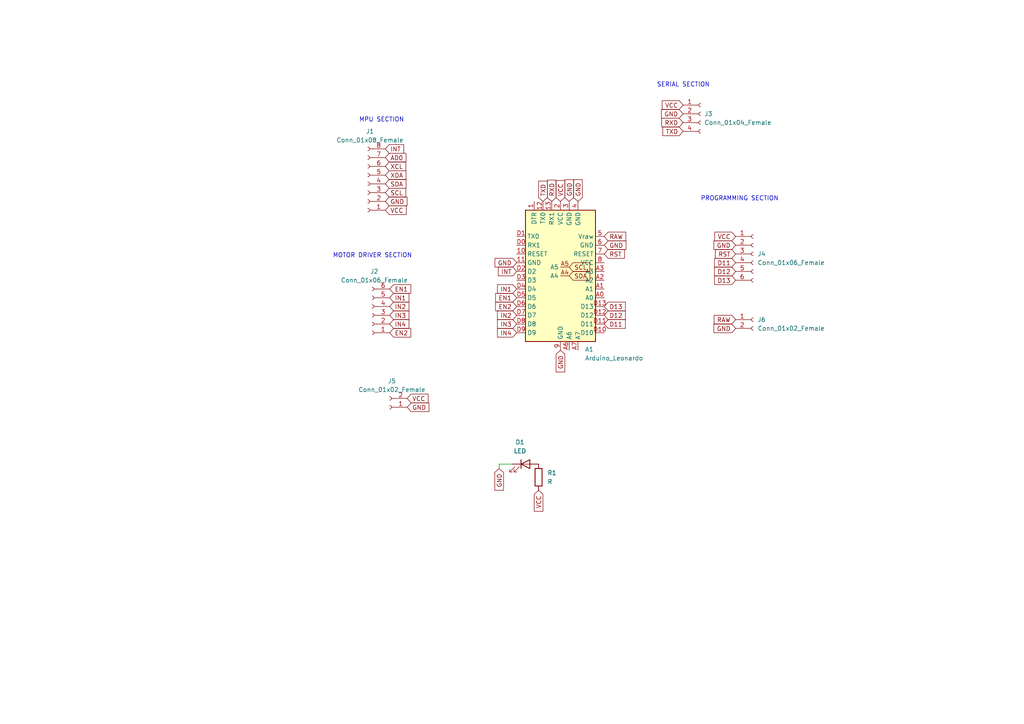
<source format=kicad_sch>
(kicad_sch (version 20211123) (generator eeschema)
  (paper "A4")
  (lib_symbols
    (symbol "Connector:Conn_01x02_Female" (pin_names (offset 1.016) hide)
      (property "Reference" "J" (at 0 2.54 0))
      (property "Value" "Conn_01x02_Female" (at 0 -5.08 0))
      (symbol "Conn_01x02_Female_1_1"
        (arc (start 0 -2.032) (mid -0.508 -2.54) (end 0 -3.048) (stroke (width 0.1524)))
        (polyline (pts (xy -1.27 -2.54) (xy -0.508 -2.54)) (stroke (width 0.1524)))
        (polyline (pts (xy -1.27 0) (xy -0.508 0)) (stroke (width 0.1524)))
        (arc (start 0 0.508) (mid -0.508 0) (end 0 -0.508) (stroke (width 0.1524)))
        (pin passive line (at -5.08 0 0) (length 3.81) (name "Pin_1") (number "1"))
        (pin passive line (at -5.08 -2.54 0) (length 3.81) (name "Pin_2") (number "2"))
      )
    )
    (symbol "Connector:Conn_01x04_Female" (pin_names (offset 1.016) hide)
      (property "Reference" "J" (at 0 5.08 0))
      (property "Value" "Conn_01x04_Female" (at 0 -7.62 0))
      (symbol "Conn_01x04_Female_1_1"
        (arc (start 0 -4.572) (mid -0.508 -5.08) (end 0 -5.588) (stroke (width 0.1524)))
        (arc (start 0 -2.032) (mid -0.508 -2.54) (end 0 -3.048) (stroke (width 0.1524)))
        (polyline (pts (xy -1.27 -5.08) (xy -0.508 -5.08)) (stroke (width 0.1524)))
        (polyline (pts (xy -1.27 -2.54) (xy -0.508 -2.54)) (stroke (width 0.1524)))
        (polyline (pts (xy -1.27 0) (xy -0.508 0)) (stroke (width 0.1524)))
        (polyline (pts (xy -1.27 2.54) (xy -0.508 2.54)) (stroke (width 0.1524)))
        (arc (start 0 0.508) (mid -0.508 0) (end 0 -0.508) (stroke (width 0.1524)))
        (arc (start 0 3.048) (mid -0.508 2.54) (end 0 2.032) (stroke (width 0.1524)))
        (pin passive line (at -5.08 2.54 0) (length 3.81) (name "Pin_1") (number "1"))
        (pin passive line (at -5.08 0 0) (length 3.81) (name "Pin_2") (number "2"))
        (pin passive line (at -5.08 -2.54 0) (length 3.81) (name "Pin_3") (number "3"))
        (pin passive line (at -5.08 -5.08 0) (length 3.81) (name "Pin_4") (number "4"))
      )
    )
    (symbol "Connector:Conn_01x06_Female" (pin_names (offset 1.016) hide)
      (property "Reference" "J" (at 0 7.62 0))
      (property "Value" "Conn_01x06_Female" (at 0 -10.16 0))
      (symbol "Conn_01x06_Female_1_1"
        (arc (start 0 -7.112) (mid -0.508 -7.62) (end 0 -8.128) (stroke (width 0.1524)))
        (arc (start 0 -4.572) (mid -0.508 -5.08) (end 0 -5.588) (stroke (width 0.1524)))
        (arc (start 0 -2.032) (mid -0.508 -2.54) (end 0 -3.048) (stroke (width 0.1524)))
        (polyline (pts (xy -1.27 -7.62) (xy -0.508 -7.62)) (stroke (width 0.1524)))
        (polyline (pts (xy -1.27 -5.08) (xy -0.508 -5.08)) (stroke (width 0.1524)))
        (polyline (pts (xy -1.27 -2.54) (xy -0.508 -2.54)) (stroke (width 0.1524)))
        (polyline (pts (xy -1.27 0) (xy -0.508 0)) (stroke (width 0.1524)))
        (polyline (pts (xy -1.27 2.54) (xy -0.508 2.54)) (stroke (width 0.1524)))
        (polyline (pts (xy -1.27 5.08) (xy -0.508 5.08)) (stroke (width 0.1524)))
        (arc (start 0 0.508) (mid -0.508 0) (end 0 -0.508) (stroke (width 0.1524)))
        (arc (start 0 3.048) (mid -0.508 2.54) (end 0 2.032) (stroke (width 0.1524)))
        (arc (start 0 5.588) (mid -0.508 5.08) (end 0 4.572) (stroke (width 0.1524)))
        (pin passive line (at -5.08 5.08 0) (length 3.81) (name "Pin_1") (number "1"))
        (pin passive line (at -5.08 2.54 0) (length 3.81) (name "Pin_2") (number "2"))
        (pin passive line (at -5.08 0 0) (length 3.81) (name "Pin_3") (number "3"))
        (pin passive line (at -5.08 -2.54 0) (length 3.81) (name "Pin_4") (number "4"))
        (pin passive line (at -5.08 -5.08 0) (length 3.81) (name "Pin_5") (number "5"))
        (pin passive line (at -5.08 -7.62 0) (length 3.81) (name "Pin_6") (number "6"))
      )
    )
    (symbol "Connector:Conn_01x08_Female" (pin_names (offset 1.016) hide)
      (property "Reference" "J" (at 0 10.16 0))
      (property "Value" "Conn_01x08_Female" (at 0 -12.7 0))
      (symbol "Conn_01x08_Female_1_1"
        (arc (start 0 -9.652) (mid -0.508 -10.16) (end 0 -10.668) (stroke (width 0.1524)))
        (arc (start 0 -7.112) (mid -0.508 -7.62) (end 0 -8.128) (stroke (width 0.1524)))
        (arc (start 0 -4.572) (mid -0.508 -5.08) (end 0 -5.588) (stroke (width 0.1524)))
        (arc (start 0 -2.032) (mid -0.508 -2.54) (end 0 -3.048) (stroke (width 0.1524)))
        (polyline (pts (xy -1.27 -10.16) (xy -0.508 -10.16)) (stroke (width 0.1524)))
        (polyline (pts (xy -1.27 -7.62) (xy -0.508 -7.62)) (stroke (width 0.1524)))
        (polyline (pts (xy -1.27 -5.08) (xy -0.508 -5.08)) (stroke (width 0.1524)))
        (polyline (pts (xy -1.27 -2.54) (xy -0.508 -2.54)) (stroke (width 0.1524)))
        (polyline (pts (xy -1.27 0) (xy -0.508 0)) (stroke (width 0.1524)))
        (polyline (pts (xy -1.27 2.54) (xy -0.508 2.54)) (stroke (width 0.1524)))
        (polyline (pts (xy -1.27 5.08) (xy -0.508 5.08)) (stroke (width 0.1524)))
        (polyline (pts (xy -1.27 7.62) (xy -0.508 7.62)) (stroke (width 0.1524)))
        (arc (start 0 0.508) (mid -0.508 0) (end 0 -0.508) (stroke (width 0.1524)))
        (arc (start 0 3.048) (mid -0.508 2.54) (end 0 2.032) (stroke (width 0.1524)))
        (arc (start 0 5.588) (mid -0.508 5.08) (end 0 4.572) (stroke (width 0.1524)))
        (arc (start 0 8.128) (mid -0.508 7.62) (end 0 7.112) (stroke (width 0.1524)))
        (pin passive line (at -5.08 7.62 0) (length 3.81) (name "Pin_1") (number "1"))
        (pin passive line (at -5.08 5.08 0) (length 3.81) (name "Pin_2") (number "2"))
        (pin passive line (at -5.08 2.54 0) (length 3.81) (name "Pin_3") (number "3"))
        (pin passive line (at -5.08 0 0) (length 3.81) (name "Pin_4") (number "4"))
        (pin passive line (at -5.08 -2.54 0) (length 3.81) (name "Pin_5") (number "5"))
        (pin passive line (at -5.08 -5.08 0) (length 3.81) (name "Pin_6") (number "6"))
        (pin passive line (at -5.08 -7.62 0) (length 3.81) (name "Pin_7") (number "7"))
        (pin passive line (at -5.08 -10.16 0) (length 3.81) (name "Pin_8") (number "8"))
      )
    )
    (symbol "Device:LED" (pin_numbers hide) (pin_names (offset 1.016) hide)
      (property "Reference" "D" (at 0 2.54 0))
      (property "Value" "LED" (at 0 -2.54 0))
      (symbol "LED_0_1"
        (polyline (pts (xy -1.27 -1.27) (xy -1.27 1.27)) (stroke (width 0.254)))
        (polyline (pts (xy -1.27 0) (xy 1.27 0)))
        (polyline (pts (xy 1.27 -1.27) (xy 1.27 1.27) (xy -1.27 0) (xy 1.27 -1.27)) (stroke (width 0.254)))
        (polyline (pts (xy -3.048 -0.762) (xy -4.572 -2.286) (xy -3.81 -2.286) (xy -4.572 -2.286) (xy -4.572 -1.524)))
        (polyline (pts (xy -1.778 -0.762) (xy -3.302 -2.286) (xy -2.54 -2.286) (xy -3.302 -2.286) (xy -3.302 -1.524)))
      )
      (symbol "LED_1_1"
        (pin passive line (at -3.81 0 0) (length 2.54) (name "K") (number "1"))
        (pin passive line (at 3.81 0 180) (length 2.54) (name "A") (number "2"))
      )
    )
    (symbol "Device:R" (pin_numbers hide) (pin_names (offset 0))
      (property "Reference" "R" (at 2.032 0 90))
      (property "Value" "R" (at 0 0 90))
      (symbol "R_0_1"
        (rectangle (start -1.016 -2.54) (end 1.016 2.54) (stroke (width 0.254)))
      )
      (symbol "R_1_1"
        (pin passive line (at 0 3.81 270) (length 1.27) (name "~") (number "1"))
        (pin passive line (at 0 -3.81 90) (length 1.27) (name "~") (number "2"))
      )
    )
    (symbol "promini:Arduino_Leonardo"
      (property "Reference" "A1" (at 7.0994 -17.526 0))
      (property "Value" "Arduino_Leonardo" (at 7.0994 -20.066 0))
      (symbol "Arduino_Leonardo_0_1"
        (rectangle (start -10.16 22.86) (end 10.16 -15.24) (stroke (width 0.254)) (fill (type background)))
      )
      (symbol "Arduino_Leonardo_1_1"
        (pin power_out line (at -7.62 25.4 270) (length 2.54) (name "DTR") (number "1"))
        (pin bidirectional line (at -12.7 10.16 0) (length 2.54) (name "RESET") (number "10"))
        (pin bidirectional line (at -12.7 7.62 0) (length 2.54) (name "GND") (number "11"))
        (pin power_out line (at -5.08 25.4 270) (length 2.54) (name "TX0") (number "12"))
        (pin power_in line (at -2.54 25.4 270) (length 2.54) (name "RX1") (number "13"))
        (pin power_in line (at 0 25.4 270) (length 2.54) (name "VCC") (number "2"))
        (pin power_out line (at 2.54 25.4 270) (length 2.54) (name "GND") (number "3"))
        (pin power_out line (at 5.08 25.4 270) (length 2.54) (name "GND") (number "4"))
        (pin bidirectional line (at 12.7 15.24 180) (length 2.54) (name "Vraw") (number "5"))
        (pin bidirectional line (at 12.7 12.7 180) (length 2.54) (name "GND") (number "6"))
        (pin bidirectional line (at 12.7 10.16 180) (length 2.54) (name "RESET") (number "7"))
        (pin bidirectional line (at 12.7 7.62 180) (length 2.54) (name "VCC") (number "8"))
        (pin bidirectional line (at 0 -17.78 90) (length 2.54) (name "GND") (number "9"))
        (pin bidirectional line (at 12.7 -2.54 180) (length 2.54) (name "A0") (number "A0"))
        (pin bidirectional line (at 12.7 0 180) (length 2.54) (name "A1") (number "A1"))
        (pin bidirectional line (at 12.7 2.54 180) (length 2.54) (name "A2") (number "A2"))
        (pin bidirectional line (at 12.7 5.08 180) (length 2.54) (name "A3") (number "A3"))
        (pin bidirectional line (at 2.54 3.81 180) (length 2.54) (name "A4") (number "A4"))
        (pin bidirectional line (at 2.54 6.35 180) (length 2.54) (name "A5") (number "A5"))
        (pin bidirectional line (at 2.54 -17.78 90) (length 2.54) (name "A6") (number "A6"))
        (pin bidirectional line (at 5.08 -17.78 90) (length 2.54) (name "A7") (number "A7"))
        (pin bidirectional line (at -12.7 12.7 0) (length 2.54) (name "RX1") (number "D0"))
        (pin bidirectional line (at -12.7 15.24 0) (length 2.54) (name "TX0") (number "D1"))
        (pin bidirectional line (at 12.7 -12.7 180) (length 2.54) (name "D10") (number "D10"))
        (pin bidirectional line (at 12.7 -10.16 180) (length 2.54) (name "D11") (number "D11"))
        (pin bidirectional line (at 12.7 -7.62 180) (length 2.54) (name "D12") (number "D12"))
        (pin bidirectional line (at 12.7 -5.08 180) (length 2.54) (name "D13") (number "D13"))
        (pin bidirectional line (at -12.7 5.08 0) (length 2.54) (name "D2") (number "D2"))
        (pin bidirectional line (at -12.7 2.54 0) (length 2.54) (name "D3") (number "D3"))
        (pin bidirectional line (at -12.7 0 0) (length 2.54) (name "D4") (number "D4"))
        (pin bidirectional line (at -12.7 -2.54 0) (length 2.54) (name "D5") (number "D5"))
        (pin bidirectional line (at -12.7 -5.08 0) (length 2.54) (name "D6") (number "D6"))
        (pin bidirectional line (at -12.7 -7.62 0) (length 2.54) (name "D7") (number "D7"))
        (pin bidirectional line (at -12.7 -10.16 0) (length 2.54) (name "D8") (number "D8"))
        (pin bidirectional line (at -12.7 -12.7 0) (length 2.54) (name "D9") (number "D9"))
      )
    )
  )
  (wire (pts (xy 144.78 134.62) (xy 148.59 134.62)))
  (wire (pts (xy 144.78 135.89) (xy 144.78 134.62)))
  (text "PROGRAMMING SECTION" (at 203.2 58.42 0) (effects (font (size 1.27 1.27)) (justify left bottom)))
  (text "MOTOR DRIVER SECTION\n" (at 96.52 74.93 0) (effects (font (size 1.27 1.27)) (justify left bottom)))
  (text "MPU SECTION\n" (at 104.14 35.56 0) (effects (font (size 1.27 1.27)) (justify left bottom)))
  (text "SERIAL SECTION\n" (at 190.5 25.4 0) (effects (font (size 1.27 1.27)) (justify left bottom)))
  (global_label "SCL" (shape input) (at 111.76 55.88 0) (property "Intersheet References" "${INTERSHEET_REFS}" (effects hide)))
  (global_label "D11" (shape input) (at 213.36 76.2 180) (property "Intersheet References" "${INTERSHEET_REFS}" (effects hide)))
  (global_label "INT" (shape input) (at 111.76 43.18 0) (property "Intersheet References" "${INTERSHEET_REFS}" (effects hide)))
  (global_label "GND" (shape input) (at 198.12 33.02 180) (property "Intersheet References" "${INTERSHEET_REFS}" (effects hide)))
  (global_label "GND" (shape input) (at 149.86 76.2 180) (property "Intersheet References" "${INTERSHEET_REFS}" (effects hide)))
  (global_label "D13" (shape input) (at 175.26 88.9 0) (property "Intersheet References" "${INTERSHEET_REFS}" (effects hide)))
  (global_label "INT" (shape input) (at 149.86 78.74 180) (property "Intersheet References" "${INTERSHEET_REFS}" (effects hide)))
  (global_label "IN4" (shape input) (at 149.86 96.52 180) (property "Intersheet References" "${INTERSHEET_REFS}" (effects hide)))
  (global_label "VCC" (shape input) (at 156.21 142.24 270) (property "Intersheet References" "${INTERSHEET_REFS}" (effects hide)))
  (global_label "TXD" (shape input) (at 198.12 38.1 180) (property "Intersheet References" "${INTERSHEET_REFS}" (effects hide)))
  (global_label "VCC" (shape input) (at 118.11 115.57 0) (property "Intersheet References" "${INTERSHEET_REFS}" (effects hide)))
  (global_label "D13" (shape input) (at 213.36 81.28 180) (property "Intersheet References" "${INTERSHEET_REFS}" (effects hide)))
  (global_label "EN2" (shape input) (at 113.03 96.52 0) (property "Intersheet References" "${INTERSHEET_REFS}" (effects hide)))
  (global_label "GND" (shape input) (at 167.64 58.42 90) (property "Intersheet References" "${INTERSHEET_REFS}" (effects hide)))
  (global_label "AD0" (shape input) (at 111.76 45.72 0) (property "Intersheet References" "${INTERSHEET_REFS}" (effects hide)))
  (global_label "IN3" (shape input) (at 113.03 91.44 0) (property "Intersheet References" "${INTERSHEET_REFS}" (effects hide)))
  (global_label "GND" (shape input) (at 144.78 135.89 270) (property "Intersheet References" "${INTERSHEET_REFS}" (effects hide)))
  (global_label "GND" (shape input) (at 213.36 71.12 180) (property "Intersheet References" "${INTERSHEET_REFS}" (effects hide)))
  (global_label "RXD" (shape input) (at 160.02 58.42 90) (property "Intersheet References" "${INTERSHEET_REFS}" (effects hide)))
  (global_label "VCC" (shape input) (at 198.12 30.48 180) (property "Intersheet References" "${INTERSHEET_REFS}" (effects hide)))
  (global_label "VCC" (shape input) (at 162.56 58.42 90) (property "Intersheet References" "${INTERSHEET_REFS}" (effects hide)))
  (global_label "RXD" (shape input) (at 198.12 35.56 180) (property "Intersheet References" "${INTERSHEET_REFS}" (effects hide)))
  (global_label "EN1" (shape input) (at 149.86 86.36 180) (property "Intersheet References" "${INTERSHEET_REFS}" (effects hide)))
  (global_label "XDA" (shape input) (at 111.76 50.8 0) (property "Intersheet References" "${INTERSHEET_REFS}" (effects hide)))
  (global_label "SCL" (shape input) (at 165.1 77.47 0) (property "Intersheet References" "${INTERSHEET_REFS}" (effects hide)))
  (global_label "D12" (shape input) (at 175.26 91.44 0) (property "Intersheet References" "${INTERSHEET_REFS}" (effects hide)))
  (global_label "VCC" (shape input) (at 213.36 68.58 180) (property "Intersheet References" "${INTERSHEET_REFS}" (effects hide)))
  (global_label "GND" (shape input) (at 162.56 101.6 270) (property "Intersheet References" "${INTERSHEET_REFS}" (effects hide)))
  (global_label "GND" (shape input) (at 118.11 118.11 0) (property "Intersheet References" "${INTERSHEET_REFS}" (effects hide)))
  (global_label "GND" (shape input) (at 111.76 58.42 0) (property "Intersheet References" "${INTERSHEET_REFS}" (effects hide)))
  (global_label "IN1" (shape input) (at 149.86 83.82 180) (property "Intersheet References" "${INTERSHEET_REFS}" (effects hide)))
  (global_label "D12" (shape input) (at 213.36 78.74 180) (property "Intersheet References" "${INTERSHEET_REFS}" (effects hide)))
  (global_label "RST" (shape input) (at 213.36 73.66 180) (property "Intersheet References" "${INTERSHEET_REFS}" (effects hide)))
  (global_label "RST" (shape input) (at 175.26 73.66 0) (property "Intersheet References" "${INTERSHEET_REFS}" (effects hide)))
  (global_label "SDA" (shape input) (at 165.1 80.01 0) (property "Intersheet References" "${INTERSHEET_REFS}" (effects hide)))
  (global_label "GND" (shape input) (at 175.26 71.12 0) (property "Intersheet References" "${INTERSHEET_REFS}" (effects hide)))
  (global_label "XCL" (shape input) (at 111.76 48.26 0) (property "Intersheet References" "${INTERSHEET_REFS}" (effects hide)))
  (global_label "IN3" (shape input) (at 149.86 93.98 180) (property "Intersheet References" "${INTERSHEET_REFS}" (effects hide)))
  (global_label "GND" (shape input) (at 213.36 95.25 180) (property "Intersheet References" "${INTERSHEET_REFS}" (effects hide)))
  (global_label "D11" (shape input) (at 175.26 93.98 0) (property "Intersheet References" "${INTERSHEET_REFS}" (effects hide)))
  (global_label "EN1" (shape input) (at 113.03 83.82 0) (property "Intersheet References" "${INTERSHEET_REFS}" (effects hide)))
  (global_label "IN1" (shape input) (at 113.03 86.36 0) (property "Intersheet References" "${INTERSHEET_REFS}" (effects hide)))
  (global_label "IN2" (shape input) (at 149.86 91.44 180) (property "Intersheet References" "${INTERSHEET_REFS}" (effects hide)))
  (global_label "TXD" (shape input) (at 157.48 58.42 90) (property "Intersheet References" "${INTERSHEET_REFS}" (effects hide)))
  (global_label "SDA" (shape input) (at 111.76 53.34 0) (property "Intersheet References" "${INTERSHEET_REFS}" (effects hide)))
  (global_label "RAW" (shape input) (at 213.36 92.71 180) (property "Intersheet References" "${INTERSHEET_REFS}" (effects hide)))
  (global_label "IN4" (shape input) (at 113.03 93.98 0) (property "Intersheet References" "${INTERSHEET_REFS}" (effects hide)))
  (global_label "EN2" (shape input) (at 149.86 88.9 180) (property "Intersheet References" "${INTERSHEET_REFS}" (effects hide)))
  (global_label "IN2" (shape input) (at 113.03 88.9 0) (property "Intersheet References" "${INTERSHEET_REFS}" (effects hide)))
  (global_label "VCC" (shape input) (at 111.76 60.96 0) (property "Intersheet References" "${INTERSHEET_REFS}" (effects hide)))
  (global_label "GND" (shape input) (at 165.1 58.42 90) (property "Intersheet References" "${INTERSHEET_REFS}" (effects hide)))
  (global_label "RAW" (shape input) (at 175.26 68.58 0) (property "Intersheet References" "${INTERSHEET_REFS}" (effects hide)))
  (symbol (lib_id "Connector:Conn_01x08_Female") (at 106.68 53.34 180) (unit 1)
    (property "Reference" "J1" (at 107.315 38.1 0))
    (property "Value" "Conn_01x08_Female" (at 107.315 40.64 0))
    (property "Footprint" "Connector_PinHeader_2.54mm:PinHeader_1x08_P2.54mm_Vertical" (effects hide))
  )
  (symbol (lib_id "Device:LED") (at 152.4 134.62 0) (unit 1)
    (property "Reference" "D1" (at 150.8125 128.27 0))
    (property "Value" "LED" (at 150.8125 130.81 0))
  )
  (symbol (lib_id "Connector:Conn_01x06_Female") (at 218.44 73.66 0) (unit 1)
    (property "Reference" "J4" (at 219.71 73.6599 0) (effects (justify left)))
    (property "Value" "Conn_01x06_Female" (at 219.71 76.1999 0) (effects (justify left)))
    (property "Footprint" "Connector_PinHeader_2.54mm:PinHeader_1x06_P2.54mm_Vertical" (effects hide))
  )
  (symbol (lib_id "Connector:Conn_01x02_Female") (at 218.44 92.71 0) (unit 1)
    (property "Reference" "J6" (at 219.71 92.7099 0) (effects (justify left)))
    (property "Value" "Conn_01x02_Female" (at 219.71 95.2499 0) (effects (justify left)))
    (property "Footprint" "Connector_PinHeader_2.54mm:PinHeader_1x02_P2.54mm_Vertical" (effects hide))
  )
  (symbol (lib_id "Connector:Conn_01x02_Female") (at 113.03 118.11 180) (unit 1)
    (property "Reference" "J5" (at 113.665 110.49 0))
    (property "Value" "Conn_01x02_Female" (at 113.665 113.03 0))
    (property "Footprint" "Connector_PinHeader_2.54mm:PinHeader_1x02_P2.54mm_Vertical" (effects hide))
  )
  (symbol (lib_id "Device:R") (at 156.21 138.43 0) (unit 1)
    (property "Reference" "R1" (at 158.75 137.1599 0) (effects (justify left)))
    (property "Value" "R" (at 158.75 139.6999 0) (effects (justify left)))
  )
  (symbol (lib_id "Connector:Conn_01x04_Female") (at 203.2 33.02 0) (unit 1)
    (property "Reference" "J3" (at 204.2668 33.0199 0) (effects (justify left)))
    (property "Value" "Conn_01x04_Female" (at 204.2668 35.5599 0) (effects (justify left)))
    (property "Footprint" "Connector_PinHeader_2.54mm:PinHeader_1x04_P2.54mm_Vertical" (effects hide))
  )
  (symbol (lib_id "promini:Arduino_Leonardo") (at 162.56 83.82 0) (unit 1)
    (property "Reference" "A1" (at 169.6594 101.346 0) (effects (justify left)))
    (property "Value" "Arduino_Leonardo" (at 169.6594 103.886 0) (effects (justify left)))
    (property "Footprint" "Library:Arduino Pro Mini" (effects hide))
  )
  (symbol (lib_id "Connector:Conn_01x06_Female") (at 107.95 91.44 180) (unit 1)
    (property "Reference" "J2" (at 108.585 78.74 0))
    (property "Value" "Conn_01x06_Female" (at 108.585 81.28 0))
    (property "Footprint" "Connector_PinHeader_2.54mm:PinHeader_1x06_P2.54mm_Vertical" (effects hide))
  )
)
</source>
